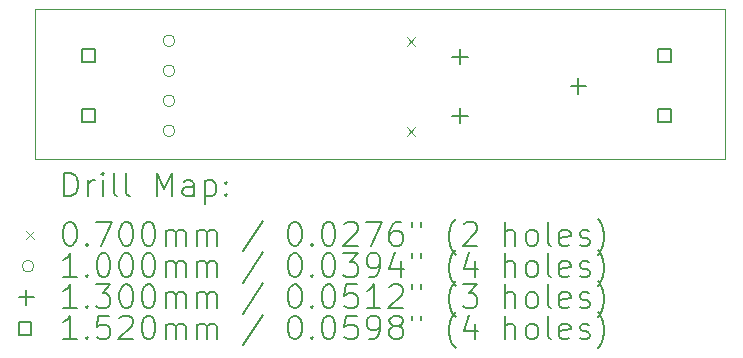
<source format=gbr>
%FSLAX45Y45*%
G04 Gerber Fmt 4.5, Leading zero omitted, Abs format (unit mm)*
G04 Created by KiCad (PCBNEW (6.0.6)) date 2022-08-07 08:45:39*
%MOMM*%
%LPD*%
G01*
G04 APERTURE LIST*
%TA.AperFunction,Profile*%
%ADD10C,0.100000*%
%TD*%
%ADD11C,0.200000*%
%ADD12C,0.070000*%
%ADD13C,0.100000*%
%ADD14C,0.130000*%
%ADD15C,0.152000*%
G04 APERTURE END LIST*
D10*
X2032000Y-2286000D02*
X7874000Y-2286000D01*
X7874000Y-2286000D02*
X7874000Y-3556000D01*
X7874000Y-3556000D02*
X2032000Y-3556000D01*
X2032000Y-3556000D02*
X2032000Y-2286000D01*
D11*
D12*
X5185930Y-2526977D02*
X5255930Y-2596977D01*
X5255930Y-2526977D02*
X5185930Y-2596977D01*
X5185930Y-3288977D02*
X5255930Y-3358977D01*
X5255930Y-3288977D02*
X5185930Y-3358977D01*
D13*
X3220336Y-2555820D02*
G75*
G03*
X3220336Y-2555820I-50000J0D01*
G01*
X3220336Y-2809820D02*
G75*
G03*
X3220336Y-2809820I-50000J0D01*
G01*
X3220336Y-3063820D02*
G75*
G03*
X3220336Y-3063820I-50000J0D01*
G01*
X3220336Y-3317820D02*
G75*
G03*
X3220336Y-3317820I-50000J0D01*
G01*
D14*
X5635799Y-2625477D02*
X5635799Y-2755477D01*
X5570799Y-2690477D02*
X5700799Y-2690477D01*
X5635799Y-3125477D02*
X5635799Y-3255477D01*
X5570799Y-3190477D02*
X5700799Y-3190477D01*
X6635799Y-2875477D02*
X6635799Y-3005477D01*
X6570799Y-2940477D02*
X6700799Y-2940477D01*
D15*
X2540458Y-2734464D02*
X2540458Y-2626983D01*
X2432977Y-2626983D01*
X2432977Y-2734464D01*
X2540458Y-2734464D01*
X2540458Y-3242464D02*
X2540458Y-3134983D01*
X2432977Y-3134983D01*
X2432977Y-3242464D01*
X2540458Y-3242464D01*
X7419741Y-2734306D02*
X7419741Y-2626825D01*
X7312259Y-2626825D01*
X7312259Y-2734306D01*
X7419741Y-2734306D01*
X7419741Y-3242306D02*
X7419741Y-3134825D01*
X7312259Y-3134825D01*
X7312259Y-3242306D01*
X7419741Y-3242306D01*
D11*
X2284619Y-3871476D02*
X2284619Y-3671476D01*
X2332238Y-3671476D01*
X2360810Y-3681000D01*
X2379857Y-3700048D01*
X2389381Y-3719095D01*
X2398905Y-3757190D01*
X2398905Y-3785762D01*
X2389381Y-3823857D01*
X2379857Y-3842905D01*
X2360810Y-3861952D01*
X2332238Y-3871476D01*
X2284619Y-3871476D01*
X2484619Y-3871476D02*
X2484619Y-3738143D01*
X2484619Y-3776238D02*
X2494143Y-3757190D01*
X2503667Y-3747667D01*
X2522714Y-3738143D01*
X2541762Y-3738143D01*
X2608429Y-3871476D02*
X2608429Y-3738143D01*
X2608429Y-3671476D02*
X2598905Y-3681000D01*
X2608429Y-3690524D01*
X2617952Y-3681000D01*
X2608429Y-3671476D01*
X2608429Y-3690524D01*
X2732238Y-3871476D02*
X2713190Y-3861952D01*
X2703667Y-3842905D01*
X2703667Y-3671476D01*
X2837000Y-3871476D02*
X2817952Y-3861952D01*
X2808428Y-3842905D01*
X2808428Y-3671476D01*
X3065571Y-3871476D02*
X3065571Y-3671476D01*
X3132238Y-3814333D01*
X3198905Y-3671476D01*
X3198905Y-3871476D01*
X3379857Y-3871476D02*
X3379857Y-3766714D01*
X3370333Y-3747667D01*
X3351286Y-3738143D01*
X3313190Y-3738143D01*
X3294143Y-3747667D01*
X3379857Y-3861952D02*
X3360809Y-3871476D01*
X3313190Y-3871476D01*
X3294143Y-3861952D01*
X3284619Y-3842905D01*
X3284619Y-3823857D01*
X3294143Y-3804809D01*
X3313190Y-3795286D01*
X3360809Y-3795286D01*
X3379857Y-3785762D01*
X3475095Y-3738143D02*
X3475095Y-3938143D01*
X3475095Y-3747667D02*
X3494143Y-3738143D01*
X3532238Y-3738143D01*
X3551286Y-3747667D01*
X3560809Y-3757190D01*
X3570333Y-3776238D01*
X3570333Y-3833381D01*
X3560809Y-3852428D01*
X3551286Y-3861952D01*
X3532238Y-3871476D01*
X3494143Y-3871476D01*
X3475095Y-3861952D01*
X3656048Y-3852428D02*
X3665571Y-3861952D01*
X3656048Y-3871476D01*
X3646524Y-3861952D01*
X3656048Y-3852428D01*
X3656048Y-3871476D01*
X3656048Y-3747667D02*
X3665571Y-3757190D01*
X3656048Y-3766714D01*
X3646524Y-3757190D01*
X3656048Y-3747667D01*
X3656048Y-3766714D01*
D12*
X1957000Y-4166000D02*
X2027000Y-4236000D01*
X2027000Y-4166000D02*
X1957000Y-4236000D01*
D11*
X2322714Y-4091476D02*
X2341762Y-4091476D01*
X2360810Y-4101000D01*
X2370333Y-4110524D01*
X2379857Y-4129571D01*
X2389381Y-4167667D01*
X2389381Y-4215286D01*
X2379857Y-4253381D01*
X2370333Y-4272429D01*
X2360810Y-4281952D01*
X2341762Y-4291476D01*
X2322714Y-4291476D01*
X2303667Y-4281952D01*
X2294143Y-4272429D01*
X2284619Y-4253381D01*
X2275095Y-4215286D01*
X2275095Y-4167667D01*
X2284619Y-4129571D01*
X2294143Y-4110524D01*
X2303667Y-4101000D01*
X2322714Y-4091476D01*
X2475095Y-4272429D02*
X2484619Y-4281952D01*
X2475095Y-4291476D01*
X2465571Y-4281952D01*
X2475095Y-4272429D01*
X2475095Y-4291476D01*
X2551286Y-4091476D02*
X2684619Y-4091476D01*
X2598905Y-4291476D01*
X2798905Y-4091476D02*
X2817952Y-4091476D01*
X2837000Y-4101000D01*
X2846524Y-4110524D01*
X2856048Y-4129571D01*
X2865571Y-4167667D01*
X2865571Y-4215286D01*
X2856048Y-4253381D01*
X2846524Y-4272429D01*
X2837000Y-4281952D01*
X2817952Y-4291476D01*
X2798905Y-4291476D01*
X2779857Y-4281952D01*
X2770333Y-4272429D01*
X2760810Y-4253381D01*
X2751286Y-4215286D01*
X2751286Y-4167667D01*
X2760810Y-4129571D01*
X2770333Y-4110524D01*
X2779857Y-4101000D01*
X2798905Y-4091476D01*
X2989381Y-4091476D02*
X3008428Y-4091476D01*
X3027476Y-4101000D01*
X3037000Y-4110524D01*
X3046524Y-4129571D01*
X3056048Y-4167667D01*
X3056048Y-4215286D01*
X3046524Y-4253381D01*
X3037000Y-4272429D01*
X3027476Y-4281952D01*
X3008428Y-4291476D01*
X2989381Y-4291476D01*
X2970333Y-4281952D01*
X2960809Y-4272429D01*
X2951286Y-4253381D01*
X2941762Y-4215286D01*
X2941762Y-4167667D01*
X2951286Y-4129571D01*
X2960809Y-4110524D01*
X2970333Y-4101000D01*
X2989381Y-4091476D01*
X3141762Y-4291476D02*
X3141762Y-4158143D01*
X3141762Y-4177190D02*
X3151286Y-4167667D01*
X3170333Y-4158143D01*
X3198905Y-4158143D01*
X3217952Y-4167667D01*
X3227476Y-4186714D01*
X3227476Y-4291476D01*
X3227476Y-4186714D02*
X3237000Y-4167667D01*
X3256048Y-4158143D01*
X3284619Y-4158143D01*
X3303667Y-4167667D01*
X3313190Y-4186714D01*
X3313190Y-4291476D01*
X3408428Y-4291476D02*
X3408428Y-4158143D01*
X3408428Y-4177190D02*
X3417952Y-4167667D01*
X3437000Y-4158143D01*
X3465571Y-4158143D01*
X3484619Y-4167667D01*
X3494143Y-4186714D01*
X3494143Y-4291476D01*
X3494143Y-4186714D02*
X3503667Y-4167667D01*
X3522714Y-4158143D01*
X3551286Y-4158143D01*
X3570333Y-4167667D01*
X3579857Y-4186714D01*
X3579857Y-4291476D01*
X3970333Y-4081952D02*
X3798905Y-4339095D01*
X4227476Y-4091476D02*
X4246524Y-4091476D01*
X4265571Y-4101000D01*
X4275095Y-4110524D01*
X4284619Y-4129571D01*
X4294143Y-4167667D01*
X4294143Y-4215286D01*
X4284619Y-4253381D01*
X4275095Y-4272429D01*
X4265571Y-4281952D01*
X4246524Y-4291476D01*
X4227476Y-4291476D01*
X4208429Y-4281952D01*
X4198905Y-4272429D01*
X4189381Y-4253381D01*
X4179857Y-4215286D01*
X4179857Y-4167667D01*
X4189381Y-4129571D01*
X4198905Y-4110524D01*
X4208429Y-4101000D01*
X4227476Y-4091476D01*
X4379857Y-4272429D02*
X4389381Y-4281952D01*
X4379857Y-4291476D01*
X4370333Y-4281952D01*
X4379857Y-4272429D01*
X4379857Y-4291476D01*
X4513190Y-4091476D02*
X4532238Y-4091476D01*
X4551286Y-4101000D01*
X4560810Y-4110524D01*
X4570333Y-4129571D01*
X4579857Y-4167667D01*
X4579857Y-4215286D01*
X4570333Y-4253381D01*
X4560810Y-4272429D01*
X4551286Y-4281952D01*
X4532238Y-4291476D01*
X4513190Y-4291476D01*
X4494143Y-4281952D01*
X4484619Y-4272429D01*
X4475095Y-4253381D01*
X4465571Y-4215286D01*
X4465571Y-4167667D01*
X4475095Y-4129571D01*
X4484619Y-4110524D01*
X4494143Y-4101000D01*
X4513190Y-4091476D01*
X4656048Y-4110524D02*
X4665571Y-4101000D01*
X4684619Y-4091476D01*
X4732238Y-4091476D01*
X4751286Y-4101000D01*
X4760810Y-4110524D01*
X4770333Y-4129571D01*
X4770333Y-4148619D01*
X4760810Y-4177190D01*
X4646524Y-4291476D01*
X4770333Y-4291476D01*
X4837000Y-4091476D02*
X4970333Y-4091476D01*
X4884619Y-4291476D01*
X5132238Y-4091476D02*
X5094143Y-4091476D01*
X5075095Y-4101000D01*
X5065571Y-4110524D01*
X5046524Y-4139095D01*
X5037000Y-4177190D01*
X5037000Y-4253381D01*
X5046524Y-4272429D01*
X5056048Y-4281952D01*
X5075095Y-4291476D01*
X5113190Y-4291476D01*
X5132238Y-4281952D01*
X5141762Y-4272429D01*
X5151286Y-4253381D01*
X5151286Y-4205762D01*
X5141762Y-4186714D01*
X5132238Y-4177190D01*
X5113190Y-4167667D01*
X5075095Y-4167667D01*
X5056048Y-4177190D01*
X5046524Y-4186714D01*
X5037000Y-4205762D01*
X5227476Y-4091476D02*
X5227476Y-4129571D01*
X5303667Y-4091476D02*
X5303667Y-4129571D01*
X5598905Y-4367667D02*
X5589381Y-4358143D01*
X5570333Y-4329571D01*
X5560810Y-4310524D01*
X5551286Y-4281952D01*
X5541762Y-4234333D01*
X5541762Y-4196238D01*
X5551286Y-4148619D01*
X5560810Y-4120048D01*
X5570333Y-4101000D01*
X5589381Y-4072428D01*
X5598905Y-4062905D01*
X5665571Y-4110524D02*
X5675095Y-4101000D01*
X5694143Y-4091476D01*
X5741762Y-4091476D01*
X5760809Y-4101000D01*
X5770333Y-4110524D01*
X5779857Y-4129571D01*
X5779857Y-4148619D01*
X5770333Y-4177190D01*
X5656048Y-4291476D01*
X5779857Y-4291476D01*
X6017952Y-4291476D02*
X6017952Y-4091476D01*
X6103667Y-4291476D02*
X6103667Y-4186714D01*
X6094143Y-4167667D01*
X6075095Y-4158143D01*
X6046524Y-4158143D01*
X6027476Y-4167667D01*
X6017952Y-4177190D01*
X6227476Y-4291476D02*
X6208428Y-4281952D01*
X6198905Y-4272429D01*
X6189381Y-4253381D01*
X6189381Y-4196238D01*
X6198905Y-4177190D01*
X6208428Y-4167667D01*
X6227476Y-4158143D01*
X6256048Y-4158143D01*
X6275095Y-4167667D01*
X6284619Y-4177190D01*
X6294143Y-4196238D01*
X6294143Y-4253381D01*
X6284619Y-4272429D01*
X6275095Y-4281952D01*
X6256048Y-4291476D01*
X6227476Y-4291476D01*
X6408428Y-4291476D02*
X6389381Y-4281952D01*
X6379857Y-4262905D01*
X6379857Y-4091476D01*
X6560809Y-4281952D02*
X6541762Y-4291476D01*
X6503667Y-4291476D01*
X6484619Y-4281952D01*
X6475095Y-4262905D01*
X6475095Y-4186714D01*
X6484619Y-4167667D01*
X6503667Y-4158143D01*
X6541762Y-4158143D01*
X6560809Y-4167667D01*
X6570333Y-4186714D01*
X6570333Y-4205762D01*
X6475095Y-4224810D01*
X6646524Y-4281952D02*
X6665571Y-4291476D01*
X6703667Y-4291476D01*
X6722714Y-4281952D01*
X6732238Y-4262905D01*
X6732238Y-4253381D01*
X6722714Y-4234333D01*
X6703667Y-4224810D01*
X6675095Y-4224810D01*
X6656048Y-4215286D01*
X6646524Y-4196238D01*
X6646524Y-4186714D01*
X6656048Y-4167667D01*
X6675095Y-4158143D01*
X6703667Y-4158143D01*
X6722714Y-4167667D01*
X6798905Y-4367667D02*
X6808428Y-4358143D01*
X6827476Y-4329571D01*
X6837000Y-4310524D01*
X6846524Y-4281952D01*
X6856048Y-4234333D01*
X6856048Y-4196238D01*
X6846524Y-4148619D01*
X6837000Y-4120048D01*
X6827476Y-4101000D01*
X6808428Y-4072428D01*
X6798905Y-4062905D01*
D13*
X2027000Y-4465000D02*
G75*
G03*
X2027000Y-4465000I-50000J0D01*
G01*
D11*
X2389381Y-4555476D02*
X2275095Y-4555476D01*
X2332238Y-4555476D02*
X2332238Y-4355476D01*
X2313190Y-4384048D01*
X2294143Y-4403095D01*
X2275095Y-4412619D01*
X2475095Y-4536429D02*
X2484619Y-4545952D01*
X2475095Y-4555476D01*
X2465571Y-4545952D01*
X2475095Y-4536429D01*
X2475095Y-4555476D01*
X2608429Y-4355476D02*
X2627476Y-4355476D01*
X2646524Y-4365000D01*
X2656048Y-4374524D01*
X2665571Y-4393571D01*
X2675095Y-4431667D01*
X2675095Y-4479286D01*
X2665571Y-4517381D01*
X2656048Y-4536429D01*
X2646524Y-4545952D01*
X2627476Y-4555476D01*
X2608429Y-4555476D01*
X2589381Y-4545952D01*
X2579857Y-4536429D01*
X2570333Y-4517381D01*
X2560810Y-4479286D01*
X2560810Y-4431667D01*
X2570333Y-4393571D01*
X2579857Y-4374524D01*
X2589381Y-4365000D01*
X2608429Y-4355476D01*
X2798905Y-4355476D02*
X2817952Y-4355476D01*
X2837000Y-4365000D01*
X2846524Y-4374524D01*
X2856048Y-4393571D01*
X2865571Y-4431667D01*
X2865571Y-4479286D01*
X2856048Y-4517381D01*
X2846524Y-4536429D01*
X2837000Y-4545952D01*
X2817952Y-4555476D01*
X2798905Y-4555476D01*
X2779857Y-4545952D01*
X2770333Y-4536429D01*
X2760810Y-4517381D01*
X2751286Y-4479286D01*
X2751286Y-4431667D01*
X2760810Y-4393571D01*
X2770333Y-4374524D01*
X2779857Y-4365000D01*
X2798905Y-4355476D01*
X2989381Y-4355476D02*
X3008428Y-4355476D01*
X3027476Y-4365000D01*
X3037000Y-4374524D01*
X3046524Y-4393571D01*
X3056048Y-4431667D01*
X3056048Y-4479286D01*
X3046524Y-4517381D01*
X3037000Y-4536429D01*
X3027476Y-4545952D01*
X3008428Y-4555476D01*
X2989381Y-4555476D01*
X2970333Y-4545952D01*
X2960809Y-4536429D01*
X2951286Y-4517381D01*
X2941762Y-4479286D01*
X2941762Y-4431667D01*
X2951286Y-4393571D01*
X2960809Y-4374524D01*
X2970333Y-4365000D01*
X2989381Y-4355476D01*
X3141762Y-4555476D02*
X3141762Y-4422143D01*
X3141762Y-4441190D02*
X3151286Y-4431667D01*
X3170333Y-4422143D01*
X3198905Y-4422143D01*
X3217952Y-4431667D01*
X3227476Y-4450714D01*
X3227476Y-4555476D01*
X3227476Y-4450714D02*
X3237000Y-4431667D01*
X3256048Y-4422143D01*
X3284619Y-4422143D01*
X3303667Y-4431667D01*
X3313190Y-4450714D01*
X3313190Y-4555476D01*
X3408428Y-4555476D02*
X3408428Y-4422143D01*
X3408428Y-4441190D02*
X3417952Y-4431667D01*
X3437000Y-4422143D01*
X3465571Y-4422143D01*
X3484619Y-4431667D01*
X3494143Y-4450714D01*
X3494143Y-4555476D01*
X3494143Y-4450714D02*
X3503667Y-4431667D01*
X3522714Y-4422143D01*
X3551286Y-4422143D01*
X3570333Y-4431667D01*
X3579857Y-4450714D01*
X3579857Y-4555476D01*
X3970333Y-4345952D02*
X3798905Y-4603095D01*
X4227476Y-4355476D02*
X4246524Y-4355476D01*
X4265571Y-4365000D01*
X4275095Y-4374524D01*
X4284619Y-4393571D01*
X4294143Y-4431667D01*
X4294143Y-4479286D01*
X4284619Y-4517381D01*
X4275095Y-4536429D01*
X4265571Y-4545952D01*
X4246524Y-4555476D01*
X4227476Y-4555476D01*
X4208429Y-4545952D01*
X4198905Y-4536429D01*
X4189381Y-4517381D01*
X4179857Y-4479286D01*
X4179857Y-4431667D01*
X4189381Y-4393571D01*
X4198905Y-4374524D01*
X4208429Y-4365000D01*
X4227476Y-4355476D01*
X4379857Y-4536429D02*
X4389381Y-4545952D01*
X4379857Y-4555476D01*
X4370333Y-4545952D01*
X4379857Y-4536429D01*
X4379857Y-4555476D01*
X4513190Y-4355476D02*
X4532238Y-4355476D01*
X4551286Y-4365000D01*
X4560810Y-4374524D01*
X4570333Y-4393571D01*
X4579857Y-4431667D01*
X4579857Y-4479286D01*
X4570333Y-4517381D01*
X4560810Y-4536429D01*
X4551286Y-4545952D01*
X4532238Y-4555476D01*
X4513190Y-4555476D01*
X4494143Y-4545952D01*
X4484619Y-4536429D01*
X4475095Y-4517381D01*
X4465571Y-4479286D01*
X4465571Y-4431667D01*
X4475095Y-4393571D01*
X4484619Y-4374524D01*
X4494143Y-4365000D01*
X4513190Y-4355476D01*
X4646524Y-4355476D02*
X4770333Y-4355476D01*
X4703667Y-4431667D01*
X4732238Y-4431667D01*
X4751286Y-4441190D01*
X4760810Y-4450714D01*
X4770333Y-4469762D01*
X4770333Y-4517381D01*
X4760810Y-4536429D01*
X4751286Y-4545952D01*
X4732238Y-4555476D01*
X4675095Y-4555476D01*
X4656048Y-4545952D01*
X4646524Y-4536429D01*
X4865571Y-4555476D02*
X4903667Y-4555476D01*
X4922714Y-4545952D01*
X4932238Y-4536429D01*
X4951286Y-4507857D01*
X4960810Y-4469762D01*
X4960810Y-4393571D01*
X4951286Y-4374524D01*
X4941762Y-4365000D01*
X4922714Y-4355476D01*
X4884619Y-4355476D01*
X4865571Y-4365000D01*
X4856048Y-4374524D01*
X4846524Y-4393571D01*
X4846524Y-4441190D01*
X4856048Y-4460238D01*
X4865571Y-4469762D01*
X4884619Y-4479286D01*
X4922714Y-4479286D01*
X4941762Y-4469762D01*
X4951286Y-4460238D01*
X4960810Y-4441190D01*
X5132238Y-4422143D02*
X5132238Y-4555476D01*
X5084619Y-4345952D02*
X5037000Y-4488810D01*
X5160810Y-4488810D01*
X5227476Y-4355476D02*
X5227476Y-4393571D01*
X5303667Y-4355476D02*
X5303667Y-4393571D01*
X5598905Y-4631667D02*
X5589381Y-4622143D01*
X5570333Y-4593571D01*
X5560810Y-4574524D01*
X5551286Y-4545952D01*
X5541762Y-4498333D01*
X5541762Y-4460238D01*
X5551286Y-4412619D01*
X5560810Y-4384048D01*
X5570333Y-4365000D01*
X5589381Y-4336429D01*
X5598905Y-4326905D01*
X5760809Y-4422143D02*
X5760809Y-4555476D01*
X5713190Y-4345952D02*
X5665571Y-4488810D01*
X5789381Y-4488810D01*
X6017952Y-4555476D02*
X6017952Y-4355476D01*
X6103667Y-4555476D02*
X6103667Y-4450714D01*
X6094143Y-4431667D01*
X6075095Y-4422143D01*
X6046524Y-4422143D01*
X6027476Y-4431667D01*
X6017952Y-4441190D01*
X6227476Y-4555476D02*
X6208428Y-4545952D01*
X6198905Y-4536429D01*
X6189381Y-4517381D01*
X6189381Y-4460238D01*
X6198905Y-4441190D01*
X6208428Y-4431667D01*
X6227476Y-4422143D01*
X6256048Y-4422143D01*
X6275095Y-4431667D01*
X6284619Y-4441190D01*
X6294143Y-4460238D01*
X6294143Y-4517381D01*
X6284619Y-4536429D01*
X6275095Y-4545952D01*
X6256048Y-4555476D01*
X6227476Y-4555476D01*
X6408428Y-4555476D02*
X6389381Y-4545952D01*
X6379857Y-4526905D01*
X6379857Y-4355476D01*
X6560809Y-4545952D02*
X6541762Y-4555476D01*
X6503667Y-4555476D01*
X6484619Y-4545952D01*
X6475095Y-4526905D01*
X6475095Y-4450714D01*
X6484619Y-4431667D01*
X6503667Y-4422143D01*
X6541762Y-4422143D01*
X6560809Y-4431667D01*
X6570333Y-4450714D01*
X6570333Y-4469762D01*
X6475095Y-4488810D01*
X6646524Y-4545952D02*
X6665571Y-4555476D01*
X6703667Y-4555476D01*
X6722714Y-4545952D01*
X6732238Y-4526905D01*
X6732238Y-4517381D01*
X6722714Y-4498333D01*
X6703667Y-4488810D01*
X6675095Y-4488810D01*
X6656048Y-4479286D01*
X6646524Y-4460238D01*
X6646524Y-4450714D01*
X6656048Y-4431667D01*
X6675095Y-4422143D01*
X6703667Y-4422143D01*
X6722714Y-4431667D01*
X6798905Y-4631667D02*
X6808428Y-4622143D01*
X6827476Y-4593571D01*
X6837000Y-4574524D01*
X6846524Y-4545952D01*
X6856048Y-4498333D01*
X6856048Y-4460238D01*
X6846524Y-4412619D01*
X6837000Y-4384048D01*
X6827476Y-4365000D01*
X6808428Y-4336429D01*
X6798905Y-4326905D01*
D14*
X1962000Y-4664000D02*
X1962000Y-4794000D01*
X1897000Y-4729000D02*
X2027000Y-4729000D01*
D11*
X2389381Y-4819476D02*
X2275095Y-4819476D01*
X2332238Y-4819476D02*
X2332238Y-4619476D01*
X2313190Y-4648048D01*
X2294143Y-4667095D01*
X2275095Y-4676619D01*
X2475095Y-4800429D02*
X2484619Y-4809952D01*
X2475095Y-4819476D01*
X2465571Y-4809952D01*
X2475095Y-4800429D01*
X2475095Y-4819476D01*
X2551286Y-4619476D02*
X2675095Y-4619476D01*
X2608429Y-4695667D01*
X2637000Y-4695667D01*
X2656048Y-4705190D01*
X2665571Y-4714714D01*
X2675095Y-4733762D01*
X2675095Y-4781381D01*
X2665571Y-4800429D01*
X2656048Y-4809952D01*
X2637000Y-4819476D01*
X2579857Y-4819476D01*
X2560810Y-4809952D01*
X2551286Y-4800429D01*
X2798905Y-4619476D02*
X2817952Y-4619476D01*
X2837000Y-4629000D01*
X2846524Y-4638524D01*
X2856048Y-4657571D01*
X2865571Y-4695667D01*
X2865571Y-4743286D01*
X2856048Y-4781381D01*
X2846524Y-4800429D01*
X2837000Y-4809952D01*
X2817952Y-4819476D01*
X2798905Y-4819476D01*
X2779857Y-4809952D01*
X2770333Y-4800429D01*
X2760810Y-4781381D01*
X2751286Y-4743286D01*
X2751286Y-4695667D01*
X2760810Y-4657571D01*
X2770333Y-4638524D01*
X2779857Y-4629000D01*
X2798905Y-4619476D01*
X2989381Y-4619476D02*
X3008428Y-4619476D01*
X3027476Y-4629000D01*
X3037000Y-4638524D01*
X3046524Y-4657571D01*
X3056048Y-4695667D01*
X3056048Y-4743286D01*
X3046524Y-4781381D01*
X3037000Y-4800429D01*
X3027476Y-4809952D01*
X3008428Y-4819476D01*
X2989381Y-4819476D01*
X2970333Y-4809952D01*
X2960809Y-4800429D01*
X2951286Y-4781381D01*
X2941762Y-4743286D01*
X2941762Y-4695667D01*
X2951286Y-4657571D01*
X2960809Y-4638524D01*
X2970333Y-4629000D01*
X2989381Y-4619476D01*
X3141762Y-4819476D02*
X3141762Y-4686143D01*
X3141762Y-4705190D02*
X3151286Y-4695667D01*
X3170333Y-4686143D01*
X3198905Y-4686143D01*
X3217952Y-4695667D01*
X3227476Y-4714714D01*
X3227476Y-4819476D01*
X3227476Y-4714714D02*
X3237000Y-4695667D01*
X3256048Y-4686143D01*
X3284619Y-4686143D01*
X3303667Y-4695667D01*
X3313190Y-4714714D01*
X3313190Y-4819476D01*
X3408428Y-4819476D02*
X3408428Y-4686143D01*
X3408428Y-4705190D02*
X3417952Y-4695667D01*
X3437000Y-4686143D01*
X3465571Y-4686143D01*
X3484619Y-4695667D01*
X3494143Y-4714714D01*
X3494143Y-4819476D01*
X3494143Y-4714714D02*
X3503667Y-4695667D01*
X3522714Y-4686143D01*
X3551286Y-4686143D01*
X3570333Y-4695667D01*
X3579857Y-4714714D01*
X3579857Y-4819476D01*
X3970333Y-4609952D02*
X3798905Y-4867095D01*
X4227476Y-4619476D02*
X4246524Y-4619476D01*
X4265571Y-4629000D01*
X4275095Y-4638524D01*
X4284619Y-4657571D01*
X4294143Y-4695667D01*
X4294143Y-4743286D01*
X4284619Y-4781381D01*
X4275095Y-4800429D01*
X4265571Y-4809952D01*
X4246524Y-4819476D01*
X4227476Y-4819476D01*
X4208429Y-4809952D01*
X4198905Y-4800429D01*
X4189381Y-4781381D01*
X4179857Y-4743286D01*
X4179857Y-4695667D01*
X4189381Y-4657571D01*
X4198905Y-4638524D01*
X4208429Y-4629000D01*
X4227476Y-4619476D01*
X4379857Y-4800429D02*
X4389381Y-4809952D01*
X4379857Y-4819476D01*
X4370333Y-4809952D01*
X4379857Y-4800429D01*
X4379857Y-4819476D01*
X4513190Y-4619476D02*
X4532238Y-4619476D01*
X4551286Y-4629000D01*
X4560810Y-4638524D01*
X4570333Y-4657571D01*
X4579857Y-4695667D01*
X4579857Y-4743286D01*
X4570333Y-4781381D01*
X4560810Y-4800429D01*
X4551286Y-4809952D01*
X4532238Y-4819476D01*
X4513190Y-4819476D01*
X4494143Y-4809952D01*
X4484619Y-4800429D01*
X4475095Y-4781381D01*
X4465571Y-4743286D01*
X4465571Y-4695667D01*
X4475095Y-4657571D01*
X4484619Y-4638524D01*
X4494143Y-4629000D01*
X4513190Y-4619476D01*
X4760810Y-4619476D02*
X4665571Y-4619476D01*
X4656048Y-4714714D01*
X4665571Y-4705190D01*
X4684619Y-4695667D01*
X4732238Y-4695667D01*
X4751286Y-4705190D01*
X4760810Y-4714714D01*
X4770333Y-4733762D01*
X4770333Y-4781381D01*
X4760810Y-4800429D01*
X4751286Y-4809952D01*
X4732238Y-4819476D01*
X4684619Y-4819476D01*
X4665571Y-4809952D01*
X4656048Y-4800429D01*
X4960810Y-4819476D02*
X4846524Y-4819476D01*
X4903667Y-4819476D02*
X4903667Y-4619476D01*
X4884619Y-4648048D01*
X4865571Y-4667095D01*
X4846524Y-4676619D01*
X5037000Y-4638524D02*
X5046524Y-4629000D01*
X5065571Y-4619476D01*
X5113190Y-4619476D01*
X5132238Y-4629000D01*
X5141762Y-4638524D01*
X5151286Y-4657571D01*
X5151286Y-4676619D01*
X5141762Y-4705190D01*
X5027476Y-4819476D01*
X5151286Y-4819476D01*
X5227476Y-4619476D02*
X5227476Y-4657571D01*
X5303667Y-4619476D02*
X5303667Y-4657571D01*
X5598905Y-4895667D02*
X5589381Y-4886143D01*
X5570333Y-4857571D01*
X5560810Y-4838524D01*
X5551286Y-4809952D01*
X5541762Y-4762333D01*
X5541762Y-4724238D01*
X5551286Y-4676619D01*
X5560810Y-4648048D01*
X5570333Y-4629000D01*
X5589381Y-4600429D01*
X5598905Y-4590905D01*
X5656048Y-4619476D02*
X5779857Y-4619476D01*
X5713190Y-4695667D01*
X5741762Y-4695667D01*
X5760809Y-4705190D01*
X5770333Y-4714714D01*
X5779857Y-4733762D01*
X5779857Y-4781381D01*
X5770333Y-4800429D01*
X5760809Y-4809952D01*
X5741762Y-4819476D01*
X5684619Y-4819476D01*
X5665571Y-4809952D01*
X5656048Y-4800429D01*
X6017952Y-4819476D02*
X6017952Y-4619476D01*
X6103667Y-4819476D02*
X6103667Y-4714714D01*
X6094143Y-4695667D01*
X6075095Y-4686143D01*
X6046524Y-4686143D01*
X6027476Y-4695667D01*
X6017952Y-4705190D01*
X6227476Y-4819476D02*
X6208428Y-4809952D01*
X6198905Y-4800429D01*
X6189381Y-4781381D01*
X6189381Y-4724238D01*
X6198905Y-4705190D01*
X6208428Y-4695667D01*
X6227476Y-4686143D01*
X6256048Y-4686143D01*
X6275095Y-4695667D01*
X6284619Y-4705190D01*
X6294143Y-4724238D01*
X6294143Y-4781381D01*
X6284619Y-4800429D01*
X6275095Y-4809952D01*
X6256048Y-4819476D01*
X6227476Y-4819476D01*
X6408428Y-4819476D02*
X6389381Y-4809952D01*
X6379857Y-4790905D01*
X6379857Y-4619476D01*
X6560809Y-4809952D02*
X6541762Y-4819476D01*
X6503667Y-4819476D01*
X6484619Y-4809952D01*
X6475095Y-4790905D01*
X6475095Y-4714714D01*
X6484619Y-4695667D01*
X6503667Y-4686143D01*
X6541762Y-4686143D01*
X6560809Y-4695667D01*
X6570333Y-4714714D01*
X6570333Y-4733762D01*
X6475095Y-4752810D01*
X6646524Y-4809952D02*
X6665571Y-4819476D01*
X6703667Y-4819476D01*
X6722714Y-4809952D01*
X6732238Y-4790905D01*
X6732238Y-4781381D01*
X6722714Y-4762333D01*
X6703667Y-4752810D01*
X6675095Y-4752810D01*
X6656048Y-4743286D01*
X6646524Y-4724238D01*
X6646524Y-4714714D01*
X6656048Y-4695667D01*
X6675095Y-4686143D01*
X6703667Y-4686143D01*
X6722714Y-4695667D01*
X6798905Y-4895667D02*
X6808428Y-4886143D01*
X6827476Y-4857571D01*
X6837000Y-4838524D01*
X6846524Y-4809952D01*
X6856048Y-4762333D01*
X6856048Y-4724238D01*
X6846524Y-4676619D01*
X6837000Y-4648048D01*
X6827476Y-4629000D01*
X6808428Y-4600429D01*
X6798905Y-4590905D01*
D15*
X2004741Y-5046741D02*
X2004741Y-4939259D01*
X1897259Y-4939259D01*
X1897259Y-5046741D01*
X2004741Y-5046741D01*
D11*
X2389381Y-5083476D02*
X2275095Y-5083476D01*
X2332238Y-5083476D02*
X2332238Y-4883476D01*
X2313190Y-4912048D01*
X2294143Y-4931095D01*
X2275095Y-4940619D01*
X2475095Y-5064429D02*
X2484619Y-5073952D01*
X2475095Y-5083476D01*
X2465571Y-5073952D01*
X2475095Y-5064429D01*
X2475095Y-5083476D01*
X2665571Y-4883476D02*
X2570333Y-4883476D01*
X2560810Y-4978714D01*
X2570333Y-4969190D01*
X2589381Y-4959667D01*
X2637000Y-4959667D01*
X2656048Y-4969190D01*
X2665571Y-4978714D01*
X2675095Y-4997762D01*
X2675095Y-5045381D01*
X2665571Y-5064429D01*
X2656048Y-5073952D01*
X2637000Y-5083476D01*
X2589381Y-5083476D01*
X2570333Y-5073952D01*
X2560810Y-5064429D01*
X2751286Y-4902524D02*
X2760810Y-4893000D01*
X2779857Y-4883476D01*
X2827476Y-4883476D01*
X2846524Y-4893000D01*
X2856048Y-4902524D01*
X2865571Y-4921571D01*
X2865571Y-4940619D01*
X2856048Y-4969190D01*
X2741762Y-5083476D01*
X2865571Y-5083476D01*
X2989381Y-4883476D02*
X3008428Y-4883476D01*
X3027476Y-4893000D01*
X3037000Y-4902524D01*
X3046524Y-4921571D01*
X3056048Y-4959667D01*
X3056048Y-5007286D01*
X3046524Y-5045381D01*
X3037000Y-5064429D01*
X3027476Y-5073952D01*
X3008428Y-5083476D01*
X2989381Y-5083476D01*
X2970333Y-5073952D01*
X2960809Y-5064429D01*
X2951286Y-5045381D01*
X2941762Y-5007286D01*
X2941762Y-4959667D01*
X2951286Y-4921571D01*
X2960809Y-4902524D01*
X2970333Y-4893000D01*
X2989381Y-4883476D01*
X3141762Y-5083476D02*
X3141762Y-4950143D01*
X3141762Y-4969190D02*
X3151286Y-4959667D01*
X3170333Y-4950143D01*
X3198905Y-4950143D01*
X3217952Y-4959667D01*
X3227476Y-4978714D01*
X3227476Y-5083476D01*
X3227476Y-4978714D02*
X3237000Y-4959667D01*
X3256048Y-4950143D01*
X3284619Y-4950143D01*
X3303667Y-4959667D01*
X3313190Y-4978714D01*
X3313190Y-5083476D01*
X3408428Y-5083476D02*
X3408428Y-4950143D01*
X3408428Y-4969190D02*
X3417952Y-4959667D01*
X3437000Y-4950143D01*
X3465571Y-4950143D01*
X3484619Y-4959667D01*
X3494143Y-4978714D01*
X3494143Y-5083476D01*
X3494143Y-4978714D02*
X3503667Y-4959667D01*
X3522714Y-4950143D01*
X3551286Y-4950143D01*
X3570333Y-4959667D01*
X3579857Y-4978714D01*
X3579857Y-5083476D01*
X3970333Y-4873952D02*
X3798905Y-5131095D01*
X4227476Y-4883476D02*
X4246524Y-4883476D01*
X4265571Y-4893000D01*
X4275095Y-4902524D01*
X4284619Y-4921571D01*
X4294143Y-4959667D01*
X4294143Y-5007286D01*
X4284619Y-5045381D01*
X4275095Y-5064429D01*
X4265571Y-5073952D01*
X4246524Y-5083476D01*
X4227476Y-5083476D01*
X4208429Y-5073952D01*
X4198905Y-5064429D01*
X4189381Y-5045381D01*
X4179857Y-5007286D01*
X4179857Y-4959667D01*
X4189381Y-4921571D01*
X4198905Y-4902524D01*
X4208429Y-4893000D01*
X4227476Y-4883476D01*
X4379857Y-5064429D02*
X4389381Y-5073952D01*
X4379857Y-5083476D01*
X4370333Y-5073952D01*
X4379857Y-5064429D01*
X4379857Y-5083476D01*
X4513190Y-4883476D02*
X4532238Y-4883476D01*
X4551286Y-4893000D01*
X4560810Y-4902524D01*
X4570333Y-4921571D01*
X4579857Y-4959667D01*
X4579857Y-5007286D01*
X4570333Y-5045381D01*
X4560810Y-5064429D01*
X4551286Y-5073952D01*
X4532238Y-5083476D01*
X4513190Y-5083476D01*
X4494143Y-5073952D01*
X4484619Y-5064429D01*
X4475095Y-5045381D01*
X4465571Y-5007286D01*
X4465571Y-4959667D01*
X4475095Y-4921571D01*
X4484619Y-4902524D01*
X4494143Y-4893000D01*
X4513190Y-4883476D01*
X4760810Y-4883476D02*
X4665571Y-4883476D01*
X4656048Y-4978714D01*
X4665571Y-4969190D01*
X4684619Y-4959667D01*
X4732238Y-4959667D01*
X4751286Y-4969190D01*
X4760810Y-4978714D01*
X4770333Y-4997762D01*
X4770333Y-5045381D01*
X4760810Y-5064429D01*
X4751286Y-5073952D01*
X4732238Y-5083476D01*
X4684619Y-5083476D01*
X4665571Y-5073952D01*
X4656048Y-5064429D01*
X4865571Y-5083476D02*
X4903667Y-5083476D01*
X4922714Y-5073952D01*
X4932238Y-5064429D01*
X4951286Y-5035857D01*
X4960810Y-4997762D01*
X4960810Y-4921571D01*
X4951286Y-4902524D01*
X4941762Y-4893000D01*
X4922714Y-4883476D01*
X4884619Y-4883476D01*
X4865571Y-4893000D01*
X4856048Y-4902524D01*
X4846524Y-4921571D01*
X4846524Y-4969190D01*
X4856048Y-4988238D01*
X4865571Y-4997762D01*
X4884619Y-5007286D01*
X4922714Y-5007286D01*
X4941762Y-4997762D01*
X4951286Y-4988238D01*
X4960810Y-4969190D01*
X5075095Y-4969190D02*
X5056048Y-4959667D01*
X5046524Y-4950143D01*
X5037000Y-4931095D01*
X5037000Y-4921571D01*
X5046524Y-4902524D01*
X5056048Y-4893000D01*
X5075095Y-4883476D01*
X5113190Y-4883476D01*
X5132238Y-4893000D01*
X5141762Y-4902524D01*
X5151286Y-4921571D01*
X5151286Y-4931095D01*
X5141762Y-4950143D01*
X5132238Y-4959667D01*
X5113190Y-4969190D01*
X5075095Y-4969190D01*
X5056048Y-4978714D01*
X5046524Y-4988238D01*
X5037000Y-5007286D01*
X5037000Y-5045381D01*
X5046524Y-5064429D01*
X5056048Y-5073952D01*
X5075095Y-5083476D01*
X5113190Y-5083476D01*
X5132238Y-5073952D01*
X5141762Y-5064429D01*
X5151286Y-5045381D01*
X5151286Y-5007286D01*
X5141762Y-4988238D01*
X5132238Y-4978714D01*
X5113190Y-4969190D01*
X5227476Y-4883476D02*
X5227476Y-4921571D01*
X5303667Y-4883476D02*
X5303667Y-4921571D01*
X5598905Y-5159667D02*
X5589381Y-5150143D01*
X5570333Y-5121571D01*
X5560810Y-5102524D01*
X5551286Y-5073952D01*
X5541762Y-5026333D01*
X5541762Y-4988238D01*
X5551286Y-4940619D01*
X5560810Y-4912048D01*
X5570333Y-4893000D01*
X5589381Y-4864429D01*
X5598905Y-4854905D01*
X5760809Y-4950143D02*
X5760809Y-5083476D01*
X5713190Y-4873952D02*
X5665571Y-5016810D01*
X5789381Y-5016810D01*
X6017952Y-5083476D02*
X6017952Y-4883476D01*
X6103667Y-5083476D02*
X6103667Y-4978714D01*
X6094143Y-4959667D01*
X6075095Y-4950143D01*
X6046524Y-4950143D01*
X6027476Y-4959667D01*
X6017952Y-4969190D01*
X6227476Y-5083476D02*
X6208428Y-5073952D01*
X6198905Y-5064429D01*
X6189381Y-5045381D01*
X6189381Y-4988238D01*
X6198905Y-4969190D01*
X6208428Y-4959667D01*
X6227476Y-4950143D01*
X6256048Y-4950143D01*
X6275095Y-4959667D01*
X6284619Y-4969190D01*
X6294143Y-4988238D01*
X6294143Y-5045381D01*
X6284619Y-5064429D01*
X6275095Y-5073952D01*
X6256048Y-5083476D01*
X6227476Y-5083476D01*
X6408428Y-5083476D02*
X6389381Y-5073952D01*
X6379857Y-5054905D01*
X6379857Y-4883476D01*
X6560809Y-5073952D02*
X6541762Y-5083476D01*
X6503667Y-5083476D01*
X6484619Y-5073952D01*
X6475095Y-5054905D01*
X6475095Y-4978714D01*
X6484619Y-4959667D01*
X6503667Y-4950143D01*
X6541762Y-4950143D01*
X6560809Y-4959667D01*
X6570333Y-4978714D01*
X6570333Y-4997762D01*
X6475095Y-5016810D01*
X6646524Y-5073952D02*
X6665571Y-5083476D01*
X6703667Y-5083476D01*
X6722714Y-5073952D01*
X6732238Y-5054905D01*
X6732238Y-5045381D01*
X6722714Y-5026333D01*
X6703667Y-5016810D01*
X6675095Y-5016810D01*
X6656048Y-5007286D01*
X6646524Y-4988238D01*
X6646524Y-4978714D01*
X6656048Y-4959667D01*
X6675095Y-4950143D01*
X6703667Y-4950143D01*
X6722714Y-4959667D01*
X6798905Y-5159667D02*
X6808428Y-5150143D01*
X6827476Y-5121571D01*
X6837000Y-5102524D01*
X6846524Y-5073952D01*
X6856048Y-5026333D01*
X6856048Y-4988238D01*
X6846524Y-4940619D01*
X6837000Y-4912048D01*
X6827476Y-4893000D01*
X6808428Y-4864429D01*
X6798905Y-4854905D01*
M02*

</source>
